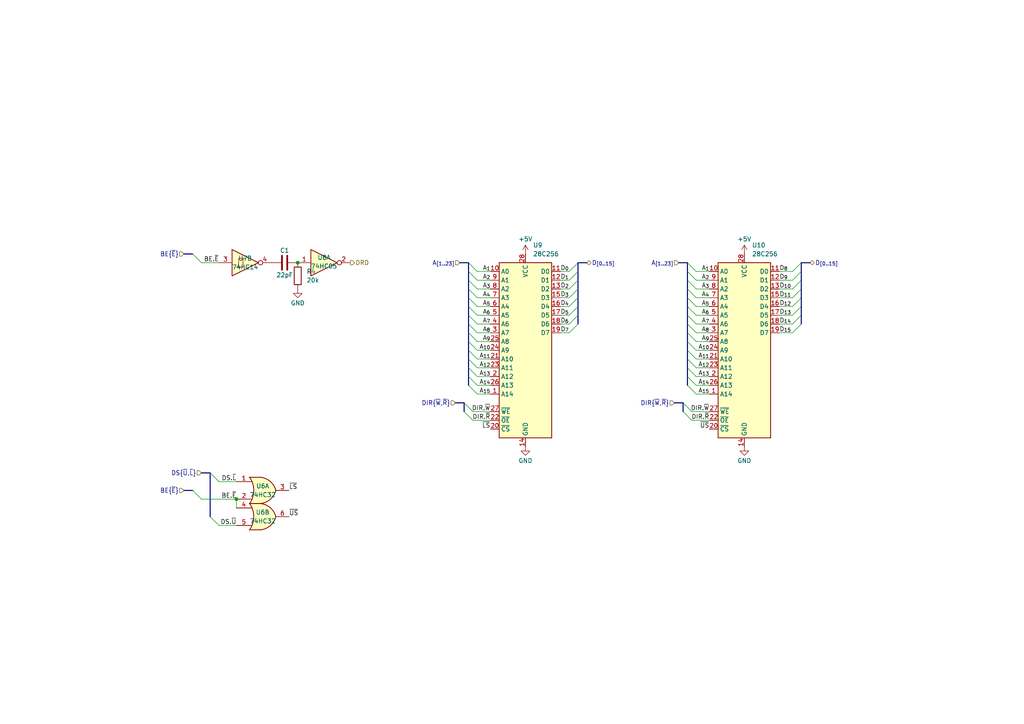
<source format=kicad_sch>
(kicad_sch (version 20250114) (generator "eeschema") (generator_version "9.0")
  (paper "A4")
  (lib_symbols
    (symbol "74xx:74HC14" (pin_names (offset 1.016))
      (property "Reference" "U" (at 0 1.27 0))
      (property "Value" "74HC14" (at 0 -1.27 0))
      (symbol "74HC14_1_0"
        (polyline (pts (xy -3.81 3.81) (xy -3.81 -3.81) (xy 3.81 0) (xy -3.81 3.81)) (stroke (width 0.254)) (fill (type background)))
        (pin input line (at -7.62 0 0) (length 3.81) (name "~") (number "1"))
        (pin output inverted (at 7.62 0 180) (length 3.81) (name "~") (number "2"))
      )
      (symbol "74HC14_1_1"
        (polyline (pts (xy -2.54 -1.27) (xy -0.635 -1.27) (xy -0.635 1.27) (xy 0 1.27)))
        (polyline (pts (xy -1.905 -1.27) (xy -1.905 1.27) (xy -0.635 1.27)))
      )
      (symbol "74HC14_2_0"
        (polyline (pts (xy -3.81 3.81) (xy -3.81 -3.81) (xy 3.81 0) (xy -3.81 3.81)) (stroke (width 0.254)) (fill (type background)))
        (pin input line (at -7.62 0 0) (length 3.81) (name "~") (number "3"))
        (pin output inverted (at 7.62 0 180) (length 3.81) (name "~") (number "4"))
      )
      (symbol "74HC14_2_1"
        (polyline (pts (xy -2.54 -1.27) (xy -0.635 -1.27) (xy -0.635 1.27) (xy 0 1.27)))
        (polyline (pts (xy -1.905 -1.27) (xy -1.905 1.27) (xy -0.635 1.27)))
      )
      (symbol "74HC14_3_0"
        (polyline (pts (xy -3.81 3.81) (xy -3.81 -3.81) (xy 3.81 0) (xy -3.81 3.81)) (stroke (width 0.254)) (fill (type background)))
        (pin input line (at -7.62 0 0) (length 3.81) (name "~") (number "5"))
        (pin output inverted (at 7.62 0 180) (length 3.81) (name "~") (number "6"))
      )
      (symbol "74HC14_3_1"
        (polyline (pts (xy -2.54 -1.27) (xy -0.635 -1.27) (xy -0.635 1.27) (xy 0 1.27)))
        (polyline (pts (xy -1.905 -1.27) (xy -1.905 1.27) (xy -0.635 1.27)))
      )
      (symbol "74HC14_4_0"
        (polyline (pts (xy -3.81 3.81) (xy -3.81 -3.81) (xy 3.81 0) (xy -3.81 3.81)) (stroke (width 0.254)) (fill (type background)))
        (pin input line (at -7.62 0 0) (length 3.81) (name "~") (number "9"))
        (pin output inverted (at 7.62 0 180) (length 3.81) (name "~") (number "8"))
      )
      (symbol "74HC14_4_1"
        (polyline (pts (xy -2.54 -1.27) (xy -0.635 -1.27) (xy -0.635 1.27) (xy 0 1.27)))
        (polyline (pts (xy -1.905 -1.27) (xy -1.905 1.27) (xy -0.635 1.27)))
      )
      (symbol "74HC14_5_0"
        (polyline (pts (xy -3.81 3.81) (xy -3.81 -3.81) (xy 3.81 0) (xy -3.81 3.81)) (stroke (width 0.254)) (fill (type background)))
        (pin input line (at -7.62 0 0) (length 3.81) (name "~") (number "11"))
        (pin output inverted (at 7.62 0 180) (length 3.81) (name "~") (number "10"))
      )
      (symbol "74HC14_5_1"
        (polyline (pts (xy -2.54 -1.27) (xy -0.635 -1.27) (xy -0.635 1.27) (xy 0 1.27)))
        (polyline (pts (xy -1.905 -1.27) (xy -1.905 1.27) (xy -0.635 1.27)))
      )
      (symbol "74HC14_6_0"
        (polyline (pts (xy -3.81 3.81) (xy -3.81 -3.81) (xy 3.81 0) (xy -3.81 3.81)) (stroke (width 0.254)) (fill (type background)))
        (pin input line (at -7.62 0 0) (length 3.81) (name "~") (number "13"))
        (pin output inverted (at 7.62 0 180) (length 3.81) (name "~") (number "12"))
      )
      (symbol "74HC14_6_1"
        (polyline (pts (xy -2.54 -1.27) (xy -0.635 -1.27) (xy -0.635 1.27) (xy 0 1.27)))
        (polyline (pts (xy -1.905 -1.27) (xy -1.905 1.27) (xy -0.635 1.27)))
      )
      (symbol "74HC14_7_0"
        (pin power_in line (at 0 12.7 270) (length 5.08) (name "VCC") (number "14"))
        (pin power_in line (at 0 -12.7 90) (length 5.08) (name "GND") (number "7"))
      )
      (symbol "74HC14_7_1"
        (rectangle (start -5.08 7.62) (end 5.08 -7.62) (stroke (width 0.254)) (fill (type background)))
      )
    )
    (symbol "74xx:74LS05" (pin_names (offset 1.016))
      (property "Reference" "U" (at 0 1.27 0))
      (property "Value" "74LS05" (at 0 -1.27 0))
      (symbol "74LS05_1_0"
        (polyline (pts (xy -3.81 3.81) (xy -3.81 -3.81) (xy 3.81 0) (xy -3.81 3.81)) (stroke (width 0.254)) (fill (type background)))
        (pin input line (at -7.62 0 0) (length 3.81) (name "~") (number "1"))
        (pin open_collector inverted (at 7.62 0 180) (length 3.81) (name "~") (number "2"))
      )
      (symbol "74LS05_2_0"
        (polyline (pts (xy -3.81 3.81) (xy -3.81 -3.81) (xy 3.81 0) (xy -3.81 3.81)) (stroke (width 0.254)) (fill (type background)))
        (pin input line (at -7.62 0 0) (length 3.81) (name "~") (number "3"))
        (pin open_collector inverted (at 7.62 0 180) (length 3.81) (name "~") (number "4"))
      )
      (symbol "74LS05_3_0"
        (polyline (pts (xy -3.81 3.81) (xy -3.81 -3.81) (xy 3.81 0) (xy -3.81 3.81)) (stroke (width 0.254)) (fill (type background)))
        (pin input line (at -7.62 0 0) (length 3.81) (name "~") (number "5"))
        (pin open_collector inverted (at 7.62 0 180) (length 3.81) (name "~") (number "6"))
      )
      (symbol "74LS05_4_0"
        (polyline (pts (xy -3.81 3.81) (xy -3.81 -3.81) (xy 3.81 0) (xy -3.81 3.81)) (stroke (width 0.254)) (fill (type background)))
        (pin input line (at -7.62 0 0) (length 3.81) (name "~") (number "9"))
        (pin open_collector inverted (at 7.62 0 180) (length 3.81) (name "~") (number "8"))
      )
      (symbol "74LS05_5_0"
        (polyline (pts (xy -3.81 3.81) (xy -3.81 -3.81) (xy 3.81 0) (xy -3.81 3.81)) (stroke (width 0.254)) (fill (type background)))
        (pin input line (at -7.62 0 0) (length 3.81) (name "~") (number "11"))
        (pin open_collector inverted (at 7.62 0 180) (length 3.81) (name "~") (number "10"))
      )
      (symbol "74LS05_6_0"
        (polyline (pts (xy -3.81 3.81) (xy -3.81 -3.81) (xy 3.81 0) (xy -3.81 3.81)) (stroke (width 0.254)) (fill (type background)))
        (pin input line (at -7.62 0 0) (length 3.81) (name "~") (number "13"))
        (pin open_collector inverted (at 7.62 0 180) (length 3.81) (name "~") (number "12"))
      )
      (symbol "74LS05_7_0"
        (pin power_in line (at 0 12.7 270) (length 5.08) (name "VCC") (number "14"))
        (pin power_in line (at 0 -12.7 90) (length 5.08) (name "GND") (number "7"))
      )
      (symbol "74LS05_7_1"
        (rectangle (start -5.08 7.62) (end 5.08 -7.62) (stroke (width 0.254)) (fill (type background)))
      )
    )
    (symbol "74xx:74LS32" (pin_names (offset 1.016))
      (property "Reference" "U" (at 0 1.27 0))
      (property "Value" "74LS32" (at 0 -1.27 0))
      (symbol "74LS32_1_1"
        (arc (start -3.81 3.81) (mid -2.589 0) (end -3.81 -3.81) (stroke (width 0.254)))
        (polyline (pts (xy -3.81 3.81) (xy -0.635 3.81)) (stroke (width 0.254)) (fill (type background)))
        (polyline (pts (xy -3.81 -3.81) (xy -0.635 -3.81)) (stroke (width 0.254)) (fill (type background)))
        (arc (start 3.81 0) (mid 2.1855 -2.584) (end -0.6096 -3.81) (stroke (width 0.254)) (fill (type background)))
        (arc (start -0.6096 3.81) (mid 2.1928 2.5924) (end 3.81 0) (stroke (width 0.254)) (fill (type background)))
        (polyline (pts (xy -0.635 3.81) (xy -3.81 3.81) (xy -3.81 3.81) (xy -3.556 3.4036) (xy -3.0226 2.2606) (xy -2.6924 1.0414) (xy -2.6162 -0.254) (xy -2.7686 -1.4986) (xy -3.175 -2.7178) (xy -3.81 -3.81) (xy -3.81 -3.81) (xy -0.635 -3.81)) (stroke (width -25.4)) (fill (type background)))
        (pin input line (at -7.62 2.54 0) (length 4.318) (name "~") (number "1"))
        (pin input line (at -7.62 -2.54 0) (length 4.318) (name "~") (number "2"))
        (pin output line (at 7.62 0 180) (length 3.81) (name "~") (number "3"))
      )
      (symbol "74LS32_1_2"
        (arc (start 0 3.81) (mid 3.7934 0) (end 0 -3.81) (stroke (width 0.254)) (fill (type background)))
        (polyline (pts (xy 0 3.81) (xy -3.81 3.81) (xy -3.81 -3.81) (xy 0 -3.81)) (stroke (width 0.254)) (fill (type background)))
        (pin input inverted (at -7.62 2.54 0) (length 3.81) (name "~") (number "1"))
        (pin input inverted (at -7.62 -2.54 0) (length 3.81) (name "~") (number "2"))
        (pin output inverted (at 7.62 0 180) (length 3.81) (name "~") (number "3"))
      )
      (symbol "74LS32_2_1"
        (arc (start -3.81 3.81) (mid -2.589 0) (end -3.81 -3.81) (stroke (width 0.254)))
        (polyline (pts (xy -3.81 3.81) (xy -0.635 3.81)) (stroke (width 0.254)) (fill (type background)))
        (polyline (pts (xy -3.81 -3.81) (xy -0.635 -3.81)) (stroke (width 0.254)) (fill (type background)))
        (arc (start 3.81 0) (mid 2.1855 -2.584) (end -0.6096 -3.81) (stroke (width 0.254)) (fill (type background)))
        (arc (start -0.6096 3.81) (mid 2.1928 2.5924) (end 3.81 0) (stroke (width 0.254)) (fill (type background)))
        (polyline (pts (xy -0.635 3.81) (xy -3.81 3.81) (xy -3.81 3.81) (xy -3.556 3.4036) (xy -3.0226 2.2606) (xy -2.6924 1.0414) (xy -2.6162 -0.254) (xy -2.7686 -1.4986) (xy -3.175 -2.7178) (xy -3.81 -3.81) (xy -3.81 -3.81) (xy -0.635 -3.81)) (stroke (width -25.4)) (fill (type background)))
        (pin input line (at -7.62 2.54 0) (length 4.318) (name "~") (number "4"))
        (pin input line (at -7.62 -2.54 0) (length 4.318) (name "~") (number "5"))
        (pin output line (at 7.62 0 180) (length 3.81) (name "~") (number "6"))
      )
      (symbol "74LS32_2_2"
        (arc (start 0 3.81) (mid 3.7934 0) (end 0 -3.81) (stroke (width 0.254)) (fill (type background)))
        (polyline (pts (xy 0 3.81) (xy -3.81 3.81) (xy -3.81 -3.81) (xy 0 -3.81)) (stroke (width 0.254)) (fill (type background)))
        (pin input inverted (at -7.62 2.54 0) (length 3.81) (name "~") (number "4"))
        (pin input inverted (at -7.62 -2.54 0) (length 3.81) (name "~") (number "5"))
        (pin output inverted (at 7.62 0 180) (length 3.81) (name "~") (number "6"))
      )
      (symbol "74LS32_3_1"
        (arc (start -3.81 3.81) (mid -2.589 0) (end -3.81 -3.81) (stroke (width 0.254)))
        (polyline (pts (xy -3.81 3.81) (xy -0.635 3.81)) (stroke (width 0.254)) (fill (type background)))
        (polyline (pts (xy -3.81 -3.81) (xy -0.635 -3.81)) (stroke (width 0.254)) (fill (type background)))
        (arc (start 3.81 0) (mid 2.1855 -2.584) (end -0.6096 -3.81) (stroke (width 0.254)) (fill (type background)))
        (arc (start -0.6096 3.81) (mid 2.1928 2.5924) (end 3.81 0) (stroke (width 0.254)) (fill (type background)))
        (polyline (pts (xy -0.635 3.81) (xy -3.81 3.81) (xy -3.81 3.81) (xy -3.556 3.4036) (xy -3.0226 2.2606) (xy -2.6924 1.0414) (xy -2.6162 -0.254) (xy -2.7686 -1.4986) (xy -3.175 -2.7178) (xy -3.81 -3.81) (xy -3.81 -3.81) (xy -0.635 -3.81)) (stroke (width -25.4)) (fill (type background)))
        (pin input line (at -7.62 2.54 0) (length 4.318) (name "~") (number "9"))
        (pin input line (at -7.62 -2.54 0) (length 4.318) (name "~") (number "10"))
        (pin output line (at 7.62 0 180) (length 3.81) (name "~") (number "8"))
      )
      (symbol "74LS32_3_2"
        (arc (start 0 3.81) (mid 3.7934 0) (end 0 -3.81) (stroke (width 0.254)) (fill (type background)))
        (polyline (pts (xy 0 3.81) (xy -3.81 3.81) (xy -3.81 -3.81) (xy 0 -3.81)) (stroke (width 0.254)) (fill (type background)))
        (pin input inverted (at -7.62 2.54 0) (length 3.81) (name "~") (number "9"))
        (pin input inverted (at -7.62 -2.54 0) (length 3.81) (name "~") (number "10"))
        (pin output inverted (at 7.62 0 180) (length 3.81) (name "~") (number "8"))
      )
      (symbol "74LS32_4_1"
        (arc (start -3.81 3.81) (mid -2.589 0) (end -3.81 -3.81) (stroke (width 0.254)))
        (polyline (pts (xy -3.81 3.81) (xy -0.635 3.81)) (stroke (width 0.254)) (fill (type background)))
        (polyline (pts (xy -3.81 -3.81) (xy -0.635 -3.81)) (stroke (width 0.254)) (fill (type background)))
        (arc (start 3.81 0) (mid 2.1855 -2.584) (end -0.6096 -3.81) (stroke (width 0.254)) (fill (type background)))
        (arc (start -0.6096 3.81) (mid 2.1928 2.5924) (end 3.81 0) (stroke (width 0.254)) (fill (type background)))
        (polyline (pts (xy -0.635 3.81) (xy -3.81 3.81) (xy -3.81 3.81) (xy -3.556 3.4036) (xy -3.0226 2.2606) (xy -2.6924 1.0414) (xy -2.6162 -0.254) (xy -2.7686 -1.4986) (xy -3.175 -2.7178) (xy -3.81 -3.81) (xy -3.81 -3.81) (xy -0.635 -3.81)) (stroke (width -25.4)) (fill (type background)))
        (pin input line (at -7.62 2.54 0) (length 4.318) (name "~") (number "12"))
        (pin input line (at -7.62 -2.54 0) (length 4.318) (name "~") (number "13"))
        (pin output line (at 7.62 0 180) (length 3.81) (name "~") (number "11"))
      )
      (symbol "74LS32_4_2"
        (arc (start 0 3.81) (mid 3.7934 0) (end 0 -3.81) (stroke (width 0.254)) (fill (type background)))
        (polyline (pts (xy 0 3.81) (xy -3.81 3.81) (xy -3.81 -3.81) (xy 0 -3.81)) (stroke (width 0.254)) (fill (type background)))
        (pin input inverted (at -7.62 2.54 0) (length 3.81) (name "~") (number "12"))
        (pin input inverted (at -7.62 -2.54 0) (length 3.81) (name "~") (number "13"))
        (pin output inverted (at 7.62 0 180) (length 3.81) (name "~") (number "11"))
      )
      (symbol "74LS32_5_0"
        (pin power_in line (at 0 12.7 270) (length 5.08) (name "VCC") (number "14"))
        (pin power_in line (at 0 -12.7 90) (length 5.08) (name "GND") (number "7"))
      )
      (symbol "74LS32_5_1"
        (rectangle (start -5.08 7.62) (end 5.08 -7.62) (stroke (width 0.254)) (fill (type background)))
      )
    )
    (symbol "Device:C" (pin_numbers (hide yes)) (pin_names (offset 0.254))
      (property "Reference" "C" (at 0.635 2.54 0))
      (property "Value" "C" (at 0.635 -2.54 0))
      (symbol "C_0_1"
        (polyline (pts (xy -2.032 0.762) (xy 2.032 0.762)) (stroke (width 0.508)))
        (polyline (pts (xy -2.032 -0.762) (xy 2.032 -0.762)) (stroke (width 0.508)))
      )
      (symbol "C_1_1"
        (pin passive line (at 0 3.81 270) (length 2.794) (name "~") (number "1"))
        (pin passive line (at 0 -3.81 90) (length 2.794) (name "~") (number "2"))
      )
    )
    (symbol "Device:R" (pin_numbers (hide yes)) (pin_names (offset 0))
      (property "Reference" "R" (at 2.032 0 90))
      (property "Value" "R" (at 0 0 90))
      (symbol "R_0_1"
        (rectangle (start -1.016 -2.54) (end 1.016 2.54) (stroke (width 0.254)))
      )
      (symbol "R_1_1"
        (pin passive line (at 0 3.81 270) (length 1.27) (name "~") (number "1"))
        (pin passive line (at 0 -3.81 90) (length 1.27) (name "~") (number "2"))
      )
    )
    (symbol "Memory_EEPROM:28C256"
      (property "Reference" "U" (at -7.62 26.67 0))
      (property "Value" "28C256" (at 2.54 -26.67 0))
      (symbol "28C256_1_1"
        (rectangle (start -7.62 25.4) (end 7.62 -25.4) (stroke (width 0.254)) (fill (type background)))
        (pin input line (at -10.16 22.86 0) (length 2.54) (name "A0") (number "10"))
        (pin input line (at -10.16 20.32 0) (length 2.54) (name "A1") (number "9"))
        (pin input line (at -10.16 17.78 0) (length 2.54) (name "A2") (number "8"))
        (pin input line (at -10.16 15.24 0) (length 2.54) (name "A3") (number "7"))
        (pin input line (at -10.16 12.7 0) (length 2.54) (name "A4") (number "6"))
        (pin input line (at -10.16 10.16 0) (length 2.54) (name "A5") (number "5"))
        (pin input line (at -10.16 7.62 0) (length 2.54) (name "A6") (number "4"))
        (pin input line (at -10.16 5.08 0) (length 2.54) (name "A7") (number "3"))
        (pin input line (at -10.16 2.54 0) (length 2.54) (name "A8") (number "25"))
        (pin input line (at -10.16 0 0) (length 2.54) (name "A9") (number "24"))
        (pin input line (at -10.16 -2.54 0) (length 2.54) (name "A10") (number "21"))
        (pin input line (at -10.16 -5.08 0) (length 2.54) (name "A11") (number "23"))
        (pin input line (at -10.16 -7.62 0) (length 2.54) (name "A12") (number "2"))
        (pin input line (at -10.16 -10.16 0) (length 2.54) (name "A13") (number "26"))
        (pin input line (at -10.16 -12.7 0) (length 2.54) (name "A14") (number "1"))
        (pin input line (at -10.16 -17.78 0) (length 2.54) (name "~{WE}") (number "27"))
        (pin input line (at -10.16 -20.32 0) (length 2.54) (name "~{OE}") (number "22"))
        (pin input line (at -10.16 -22.86 0) (length 2.54) (name "~{CS}") (number "20"))
        (pin power_in line (at 0 27.94 270) (length 2.54) (name "VCC") (number "28"))
        (pin power_in line (at 0 -27.94 90) (length 2.54) (name "GND") (number "14"))
        (pin tri_state line (at 10.16 22.86 180) (length 2.54) (name "D0") (number "11"))
        (pin tri_state line (at 10.16 20.32 180) (length 2.54) (name "D1") (number "12"))
        (pin tri_state line (at 10.16 17.78 180) (length 2.54) (name "D2") (number "13"))
        (pin tri_state line (at 10.16 15.24 180) (length 2.54) (name "D3") (number "15"))
        (pin tri_state line (at 10.16 12.7 180) (length 2.54) (name "D4") (number "16"))
        (pin tri_state line (at 10.16 10.16 180) (length 2.54) (name "D5") (number "17"))
        (pin tri_state line (at 10.16 7.62 180) (length 2.54) (name "D6") (number "18"))
        (pin tri_state line (at 10.16 5.08 180) (length 2.54) (name "D7") (number "19"))
      )
    )
    (symbol "power:+9V" (power) (pin_numbers (hide yes)) (pin_names (offset 0) (hide yes))
      (property "Value" "+9V" (at 0 3.556 0))
      (symbol "+9V_0_1"
        (polyline (pts (xy -0.762 1.27) (xy 0 2.54)))
        (polyline (pts (xy 0 2.54) (xy 0.762 1.27)))
        (polyline (pts (xy 0 0) (xy 0 2.54)))
      )
      (symbol "+9V_1_1"
        (pin power_in line (at 0 0 90) (length 0) (name "~") (number "1"))
      )
    )
    (symbol "power:GND" (power) (pin_numbers (hide yes)) (pin_names (offset 0) (hide yes))
      (property "Value" "GND" (at 0 -3.81 0))
      (symbol "GND_0_1"
        (polyline (pts (xy 0 0) (xy 0 -1.27) (xy 1.27 -1.27) (xy 0 -2.54) (xy -1.27 -1.27) (xy 0 -1.27)))
      )
      (symbol "GND_1_1"
        (pin power_in line (at 0 0 270) (length 0) (name "~") (number "1"))
      )
    )
  )
  (junction (at 68.58 144.78))
  (junction (at 86.36 76.2))
  (bus_entry (at 138.43 83.82) (size -2.54 -2.54))
  (bus_entry (at 138.43 88.9) (size -2.54 -2.54))
  (bus_entry (at 201.93 109.22) (size -2.54 -2.54))
  (bus_entry (at 201.93 91.44) (size -2.54 -2.54))
  (bus_entry (at 201.93 96.52) (size -2.54 -2.54))
  (bus_entry (at 201.93 93.98) (size -2.54 -2.54))
  (bus_entry (at 138.43 109.22) (size -2.54 -2.54))
  (bus_entry (at 138.43 81.28) (size -2.54 -2.54))
  (bus_entry (at 229.87 88.9) (size 2.54 -2.54))
  (bus_entry (at 201.93 106.68) (size -2.54 -2.54))
  (bus_entry (at 165.1 81.28) (size 2.54 -2.54))
  (bus_entry (at 134.62 119.38) (size 2.54 2.54))
  (bus_entry (at 134.62 116.84) (size 2.54 2.54))
  (bus_entry (at 201.93 78.74) (size -2.54 -2.54))
  (bus_entry (at 138.43 96.52) (size -2.54 -2.54))
  (bus_entry (at 201.93 81.28) (size -2.54 -2.54))
  (bus_entry (at 229.87 83.82) (size 2.54 -2.54))
  (bus_entry (at 165.1 86.36) (size 2.54 -2.54))
  (bus_entry (at 138.43 106.68) (size -2.54 -2.54))
  (bus_entry (at 138.43 104.14) (size -2.54 -2.54))
  (bus_entry (at 138.43 86.36) (size -2.54 -2.54))
  (bus_entry (at 60.96 149.86) (size 2.54 2.54))
  (bus_entry (at 201.93 101.6) (size -2.54 -2.54))
  (bus_entry (at 165.1 93.98) (size 2.54 -2.54))
  (bus_entry (at 165.1 96.52) (size 2.54 -2.54))
  (bus_entry (at 201.93 114.3) (size -2.54 -2.54))
  (bus_entry (at 229.87 91.44) (size 2.54 -2.54))
  (bus_entry (at 138.43 111.76) (size -2.54 -2.54))
  (bus_entry (at 138.43 78.74) (size -2.54 -2.54))
  (bus_entry (at 201.93 83.82) (size -2.54 -2.54))
  (bus_entry (at 229.87 96.52) (size 2.54 -2.54))
  (bus_entry (at 201.93 104.14) (size -2.54 -2.54))
  (bus_entry (at 201.93 99.06) (size -2.54 -2.54))
  (bus_entry (at 138.43 114.3) (size -2.54 -2.54))
  (bus_entry (at 198.12 116.84) (size 2.54 2.54))
  (bus_entry (at 55.88 142.24) (size 2.54 2.54))
  (bus_entry (at 229.87 78.74) (size 2.54 -2.54))
  (bus_entry (at 165.1 88.9) (size 2.54 -2.54))
  (bus_entry (at 229.87 86.36) (size 2.54 -2.54))
  (bus_entry (at 165.1 91.44) (size 2.54 -2.54))
  (bus_entry (at 165.1 78.74) (size 2.54 -2.54))
  (bus_entry (at 229.87 93.98) (size 2.54 -2.54))
  (bus_entry (at 55.88 73.66) (size 2.54 2.54))
  (bus_entry (at 138.43 99.06) (size -2.54 -2.54))
  (bus_entry (at 165.1 83.82) (size 2.54 -2.54))
  (bus_entry (at 198.12 119.38) (size 2.54 2.54))
  (bus_entry (at 60.96 137.16) (size 2.54 2.54))
  (bus_entry (at 201.93 86.36) (size -2.54 -2.54))
  (bus_entry (at 201.93 88.9) (size -2.54 -2.54))
  (bus_entry (at 138.43 101.6) (size -2.54 -2.54))
  (bus_entry (at 138.43 93.98) (size -2.54 -2.54))
  (bus_entry (at 138.43 91.44) (size -2.54 -2.54))
  (bus_entry (at 229.87 81.28) (size 2.54 -2.54))
  (bus_entry (at 201.93 111.76) (size -2.54 -2.54))
  (bus (pts (xy 199.39 91.44) (xy 199.39 88.9)))
  (wire (pts (xy 226.06 83.82) (xy 229.87 83.82)))
  (wire (pts (xy 226.06 86.36) (xy 229.87 86.36)))
  (wire (pts (xy 205.74 111.76) (xy 201.93 111.76)))
  (bus (pts (xy 53.34 142.24) (xy 55.88 142.24)))
  (wire (pts (xy 142.24 104.14) (xy 138.43 104.14)))
  (wire (pts (xy 200.66 119.38) (xy 205.74 119.38)))
  (wire (pts (xy 226.06 91.44) (xy 229.87 91.44)))
  (wire (pts (xy 205.74 114.3) (xy 201.93 114.3)))
  (wire (pts (xy 205.74 104.14) (xy 201.93 104.14)))
  (wire (pts (xy 142.24 106.68) (xy 138.43 106.68)))
  (bus (pts (xy 232.41 91.44) (xy 232.41 88.9)))
  (wire (pts (xy 205.74 101.6) (xy 201.93 101.6)))
  (bus (pts (xy 232.41 76.2) (xy 234.95 76.2)))
  (wire (pts (xy 58.42 144.78) (xy 68.58 144.78)))
  (bus (pts (xy 135.89 81.28) (xy 135.89 78.74)))
  (bus (pts (xy 232.41 78.74) (xy 232.41 76.2)))
  (wire (pts (xy 162.56 81.28) (xy 165.1 81.28)))
  (wire (pts (xy 226.06 88.9) (xy 229.87 88.9)))
  (wire (pts (xy 226.06 78.74) (xy 229.87 78.74)))
  (bus (pts (xy 199.39 106.68) (xy 199.39 104.14)))
  (wire (pts (xy 200.66 121.92) (xy 205.74 121.92)))
  (bus (pts (xy 199.39 78.74) (xy 199.39 76.2)))
  (bus (pts (xy 195.58 116.84) (xy 198.12 116.84)))
  (bus (pts (xy 134.62 116.84) (xy 134.62 119.38)))
  (wire (pts (xy 205.74 109.22) (xy 201.93 109.22)))
  (wire (pts (xy 142.24 114.3) (xy 138.43 114.3)))
  (wire (pts (xy 226.06 96.52) (xy 229.87 96.52)))
  (wire (pts (xy 142.24 96.52) (xy 138.43 96.52)))
  (bus (pts (xy 232.41 93.98) (xy 232.41 91.44)))
  (bus (pts (xy 53.34 73.66) (xy 55.88 73.66)))
  (bus (pts (xy 167.64 83.82) (xy 167.64 81.28)))
  (wire (pts (xy 137.16 121.92) (xy 142.24 121.92)))
  (bus (pts (xy 167.64 91.44) (xy 167.64 88.9)))
  (bus (pts (xy 199.39 83.82) (xy 199.39 81.28)))
  (wire (pts (xy 142.24 81.28) (xy 138.43 81.28)))
  (wire (pts (xy 142.24 88.9) (xy 138.43 88.9)))
  (wire (pts (xy 162.56 96.52) (xy 165.1 96.52)))
  (bus (pts (xy 135.89 86.36) (xy 135.89 83.82)))
  (bus (pts (xy 135.89 104.14) (xy 135.89 101.6)))
  (wire (pts (xy 226.06 93.98) (xy 229.87 93.98)))
  (bus (pts (xy 135.89 93.98) (xy 135.89 91.44)))
  (wire (pts (xy 68.58 144.78) (xy 68.58 147.32)))
  (bus (pts (xy 133.35 76.2) (xy 135.89 76.2)))
  (wire (pts (xy 58.42 76.2) (xy 63.5 76.2)))
  (bus (pts (xy 199.39 104.14) (xy 199.39 101.6)))
  (wire (pts (xy 205.74 91.44) (xy 201.93 91.44)))
  (bus (pts (xy 135.89 101.6) (xy 135.89 99.06)))
  (bus (pts (xy 135.89 83.82) (xy 135.89 81.28)))
  (wire (pts (xy 162.56 86.36) (xy 165.1 86.36)))
  (bus (pts (xy 135.89 91.44) (xy 135.89 88.9)))
  (bus (pts (xy 232.41 88.9) (xy 232.41 86.36)))
  (bus (pts (xy 135.89 111.76) (xy 135.89 109.22)))
  (bus (pts (xy 135.89 78.74) (xy 135.89 76.2)))
  (wire (pts (xy 142.24 101.6) (xy 138.43 101.6)))
  (wire (pts (xy 162.56 91.44) (xy 165.1 91.44)))
  (bus (pts (xy 199.39 93.98) (xy 199.39 91.44)))
  (bus (pts (xy 135.89 96.52) (xy 135.89 93.98)))
  (wire (pts (xy 63.5 139.7) (xy 68.58 139.7)))
  (bus (pts (xy 199.39 109.22) (xy 199.39 106.68)))
  (bus (pts (xy 135.89 106.68) (xy 135.89 104.14)))
  (bus (pts (xy 167.64 76.2) (xy 170.18 76.2)))
  (bus (pts (xy 199.39 99.06) (xy 199.39 96.52)))
  (wire (pts (xy 142.24 78.74) (xy 138.43 78.74)))
  (bus (pts (xy 167.64 86.36) (xy 167.64 83.82)))
  (bus (pts (xy 199.39 81.28) (xy 199.39 78.74)))
  (bus (pts (xy 199.39 86.36) (xy 199.39 83.82)))
  (wire (pts (xy 205.74 86.36) (xy 201.93 86.36)))
  (bus (pts (xy 232.41 86.36) (xy 232.41 83.82)))
  (wire (pts (xy 63.5 152.4) (xy 68.58 152.4)))
  (wire (pts (xy 205.74 81.28) (xy 201.93 81.28)))
  (bus (pts (xy 60.96 137.16) (xy 60.96 149.86)))
  (wire (pts (xy 226.06 81.28) (xy 229.87 81.28)))
  (wire (pts (xy 142.24 83.82) (xy 138.43 83.82)))
  (wire (pts (xy 142.24 93.98) (xy 138.43 93.98)))
  (wire (pts (xy 205.74 78.74) (xy 201.93 78.74)))
  (wire (pts (xy 205.74 93.98) (xy 201.93 93.98)))
  (wire (pts (xy 205.74 99.06) (xy 201.93 99.06)))
  (bus (pts (xy 199.39 96.52) (xy 199.39 93.98)))
  (bus (pts (xy 199.39 88.9) (xy 199.39 86.36)))
  (bus (pts (xy 135.89 88.9) (xy 135.89 86.36)))
  (wire (pts (xy 142.24 91.44) (xy 138.43 91.44)))
  (wire (pts (xy 205.74 96.52) (xy 201.93 96.52)))
  (bus (pts (xy 58.42 137.16) (xy 60.96 137.16)))
  (bus (pts (xy 132.08 116.84) (xy 134.62 116.84)))
  (wire (pts (xy 162.56 93.98) (xy 165.1 93.98)))
  (bus (pts (xy 196.85 76.2) (xy 199.39 76.2)))
  (wire (pts (xy 142.24 99.06) (xy 138.43 99.06)))
  (bus (pts (xy 199.39 111.76) (xy 199.39 109.22)))
  (bus (pts (xy 135.89 99.06) (xy 135.89 96.52)))
  (bus (pts (xy 167.64 78.74) (xy 167.64 76.2)))
  (bus (pts (xy 167.64 93.98) (xy 167.64 91.44)))
  (wire (pts (xy 162.56 83.82) (xy 165.1 83.82)))
  (bus (pts (xy 167.64 88.9) (xy 167.64 86.36)))
  (wire (pts (xy 142.24 86.36) (xy 138.43 86.36)))
  (bus (pts (xy 167.64 81.28) (xy 167.64 78.74)))
  (wire (pts (xy 162.56 88.9) (xy 165.1 88.9)))
  (bus (pts (xy 232.41 83.82) (xy 232.41 81.28)))
  (wire (pts (xy 142.24 109.22) (xy 138.43 109.22)))
  (wire (pts (xy 137.16 119.38) (xy 142.24 119.38)))
  (wire (pts (xy 142.24 111.76) (xy 138.43 111.76)))
  (bus (pts (xy 135.89 109.22) (xy 135.89 106.68)))
  (bus (pts (xy 232.41 81.28) (xy 232.41 78.74)))
  (wire (pts (xy 205.74 88.9) (xy 201.93 88.9)))
  (wire (pts (xy 205.74 83.82) (xy 201.93 83.82)))
  (wire (pts (xy 162.56 78.74) (xy 165.1 78.74)))
  (bus (pts (xy 198.12 116.84) (xy 198.12 119.38)))
  (bus (pts (xy 199.39 101.6) (xy 199.39 99.06)))
  (wire (pts (xy 205.74 106.68) (xy 201.93 106.68)))
  (label "~{US}" (at 83.82 149.86 0))
  (label "DIR.~{R}" (at 142.24 121.92 180))
  (label "A_{14}" (at 205.74 111.76 180))
  (label "A_{12}" (at 142.24 106.68 180))
  (label "A_{9}" (at 205.74 99.06 180))
  (label "~{LS}" (at 142.24 124.46 180))
  (label "D_{3}" (at 162.56 86.36 0))
  (label "A_{7}" (at 142.24 93.98 180))
  (label "BE.~{E}" (at 63.5 76.2 180))
  (label "A_{6}" (at 205.74 91.44 180))
  (label "D_{11}" (at 226.06 86.36 0))
  (label "A_{8}" (at 205.74 96.52 180))
  (label "A_{5}" (at 205.74 88.9 180))
  (label "A_{3}" (at 142.24 83.82 180))
  (label "D_{8}" (at 226.06 78.74 0))
  (label "D_{12}" (at 226.06 88.9 0))
  (label "A_{7}" (at 205.74 93.98 180))
  (label "A_{6}" (at 142.24 91.44 180))
  (label "A_{13}" (at 205.74 109.22 180))
  (label "~{LS}" (at 83.82 142.24 0))
  (label "A_{5}" (at 142.24 88.9 180))
  (label "DIR.~{W}" (at 142.24 119.38 180))
  (label "A_{4}" (at 205.74 86.36 180))
  (label "D_{10}" (at 226.06 83.82 0))
  (label "BE.~{E}" (at 68.58 144.78 180))
  (label "D_{1}" (at 162.56 81.28 0))
  (label "A_{10}" (at 142.24 101.6 180))
  (label "A_{2}" (at 142.24 81.28 180))
  (label "A_{2}" (at 205.74 81.28 180))
  (label "D_{4}" (at 162.56 88.9 0))
  (label "D_{9}" (at 226.06 81.28 0))
  (label "A_{14}" (at 142.24 111.76 180))
  (label "D_{15}" (at 226.06 96.52 0))
  (label "A_{9}" (at 142.24 99.06 180))
  (label "A_{1}" (at 205.74 78.74 180))
  (label "DS.~{L}" (at 68.58 139.7 180))
  (label "DS.~{U}" (at 68.58 152.4 180))
  (label "A_{4}" (at 142.24 86.36 180))
  (label "A_{8}" (at 142.24 96.52 180))
  (label "A_{15}" (at 205.74 114.3 180))
  (label "D_{2}" (at 162.56 83.82 0))
  (label "A_{12}" (at 205.74 106.68 180))
  (label "DIR.~{W}" (at 205.74 119.38 180))
  (label "D_{14}" (at 226.06 93.98 0))
  (label "~{US}" (at 205.74 124.46 180))
  (label "A_{13}" (at 142.24 109.22 180))
  (label "D_{6}" (at 162.56 93.98 0))
  (label "D_{13}" (at 226.06 91.44 0))
  (label "D_{0}" (at 162.56 78.74 0))
  (label "A_{3}" (at 205.74 83.82 180))
  (label "D_{7}" (at 162.56 96.52 0))
  (label "DIR.~{R}" (at 205.74 121.92 180))
  (label "A_{11}" (at 205.74 104.14 180))
  (label "A_{15}" (at 142.24 114.3 180))
  (label "A_{10}" (at 205.74 101.6 180))
  (label "A_{1}" (at 142.24 78.74 180))
  (label "D_{5}" (at 162.56 91.44 0))
  (label "A_{11}" (at 142.24 104.14 180))
  (hierarchical_label "BE{~{E}}" (shape input) (at 53.34 142.24 180))
  (hierarchical_label "D_{[0..15]}" (shape bidirectional) (at 234.95 76.2 0))
  (hierarchical_label "A_{[1..23]}" (shape input) (at 196.85 76.2 180))
  (hierarchical_label "DIR{~{W},~{R}}" (shape input) (at 132.08 116.84 180))
  (hierarchical_label "D_{[0..15]}" (shape bidirectional) (at 170.18 76.2 0))
  (hierarchical_label "BE{~{E}}" (shape input) (at 53.34 73.66 180))
  (hierarchical_label "DS{~{U},~{L}}" (shape input) (at 58.42 137.16 180))
  (hierarchical_label "A_{[1..23]}" (shape input) (at 133.35 76.2 180))
  (hierarchical_label "DRD" (shape output) (at 101.6 76.2 0))
  (hierarchical_label "DIR{~{W},~{R}}" (shape input) (at 195.58 116.84 180))
  (symbol (lib_id "74xx:74LS32") (at 76.2 142.24 0) (unit 1)
    (property "Reference" "U6" (at 76.2 140.97 0))
    (property "Value" "74HC32" (at 76.2 143.51 0))
    (property "Footprint" "Package_DIP:DIP-14_W7.62mm_Socket" (effects (hide yes)))
    (property "Datasheet" "http://www.ti.com/lit/gpn/sn74LS32" (effects (hide yes)))
    (property "Description" "Quad 2-input OR" (effects (hide yes)))
  )
  (symbol (lib_id "power:GND") (at 215.9 129.54 0) (mirror y) (unit 1)
    (property "Reference" "#PWR029" (effects (hide yes)))
    (property "Value" "GND" (at 215.9 133.604 0))
    (property "Description" "Power symbol creates a global label with name \"GND\" , ground" (effects (hide yes)))
  )
  (symbol (lib_id "Device:R") (at 86.36 80.01 0) (mirror y) (unit 1)
    (property "Reference" "R4" (at 88.9 78.7399 0) (effects (justify right)))
    (property "Value" "20k" (at 88.9 81.2799 0) (effects (justify right)))
    (property "Footprint" "Resistor_THT:R_Axial_DIN0207_L6.3mm_D2.5mm_P2.54mm_Vertical" (effects (hide yes)))
    (property "Description" "Resistor" (effects (hide yes)))
  )
  (symbol (lib_id "Memory_EEPROM:28C256") (at 152.4 101.6 0) (unit 1)
    (property "Reference" "U9" (at 154.5941 71.12 0) (effects (justify left)))
    (property "Value" "28C256" (at 154.5941 73.66 0) (effects (justify left)))
    (property "Footprint" "Package_DIP:DIP-28_W15.24mm_Socket" (effects (hide yes)))
    (property "Datasheet" "http://ww1.microchip.com/downloads/en/DeviceDoc/doc0006.pdf" (effects (hide yes)))
    (property "Description" "Paged Parallel EEPROM 256Kb (32K x 8), DIP-28/SOIC-28" (effects (hide yes)))
  )
  (symbol (lib_id "74xx:74HC14") (at 71.12 76.2 0) (unit 2)
    (property "Reference" "U7" (at 71.12 74.93 0))
    (property "Value" "74HC14" (at 71.12 77.47 0))
    (property "Footprint" "Package_DIP:DIP-14_W7.62mm_Socket" (effects (hide yes)))
    (property "Datasheet" "http://www.ti.com/lit/gpn/sn74HC14" (effects (hide yes)))
    (property "Description" "Hex inverter schmitt trigger" (effects (hide yes)))
  )
  (symbol (lib_id "Memory_EEPROM:28C256") (at 215.9 101.6 0) (unit 1)
    (property "Reference" "U10" (at 218.0941 71.12 0) (effects (justify left)))
    (property "Value" "28C256" (at 218.0941 73.66 0) (effects (justify left)))
    (property "Footprint" "Package_DIP:DIP-28_W15.24mm_Socket" (effects (hide yes)))
    (property "Datasheet" "http://ww1.microchip.com/downloads/en/DeviceDoc/doc0006.pdf" (effects (hide yes)))
    (property "Description" "Paged Parallel EEPROM 256Kb (32K x 8), DIP-28/SOIC-28" (effects (hide yes)))
  )
  (symbol (lib_id "Device:C") (at 82.55 76.2 90) (unit 1)
    (property "Reference" "C1" (at 82.55 72.644 90))
    (property "Value" "22pF" (at 82.55 79.756 90))
    (property "Footprint" "Capacitor_THT:C_Disc_P2.54mm" (effects (hide yes)))
    (property "Description" "Unpolarized capacitor" (effects (hide yes)))
  )
  (symbol (lib_id "power:+9V") (at 215.9 73.66 0) (unit 1)
    (property "Reference" "#PWR026" (effects (hide yes)))
    (property "Value" "+5V" (at 215.9 69.342 0))
    (property "Description" "Power symbol creates a global label with name \"+9V\"" (effects (hide yes)))
  )
  (symbol (lib_id "power:+9V") (at 152.4 73.66 0) (unit 1)
    (property "Reference" "#PWR025" (effects (hide yes)))
    (property "Value" "+5V" (at 152.4 69.342 0))
    (property "Description" "Power symbol creates a global label with name \"+9V\"" (effects (hide yes)))
  )
  (symbol (lib_id "power:GND") (at 86.36 83.82 0) (mirror y) (unit 1)
    (property "Reference" "#PWR027" (effects (hide yes)))
    (property "Value" "GND" (at 86.36 87.884 0))
    (property "Description" "Power symbol creates a global label with name \"GND\" , ground" (effects (hide yes)))
  )
  (symbol (lib_id "74xx:74LS32") (at 76.2 149.86 0) (unit 2)
    (property "Reference" "U6" (at 76.2 148.59 0))
    (property "Value" "74HC32" (at 76.2 151.13 0))
    (property "Footprint" "Package_DIP:DIP-14_W7.62mm_Socket" (effects (hide yes)))
    (property "Datasheet" "http://www.ti.com/lit/gpn/sn74LS32" (effects (hide yes)))
    (property "Description" "Quad 2-input OR" (effects (hide yes)))
  )
  (symbol (lib_id "74xx:74LS05") (at 93.98 76.2 0) (unit 1)
    (property "Reference" "U8" (at 93.98 74.676 0))
    (property "Value" "74HC05" (at 93.98 77.216 0))
    (property "Footprint" "Package_DIP:DIP-14_W7.62mm_Socket" (effects (hide yes)))
    (property "Datasheet" "http://www.ti.com/lit/gpn/sn74LS05" (effects (hide yes)))
    (property "Description" "Inverter Open Collect" (effects (hide yes)))
  )
  (symbol (lib_id "power:GND") (at 152.4 129.54 0) (mirror y) (unit 1)
    (property "Reference" "#PWR028" (effects (hide yes)))
    (property "Value" "GND" (at 152.4 133.604 0))
    (property "Description" "Power symbol creates a global label with name \"GND\" , ground" (effects (hide yes)))
  )
)
</source>
